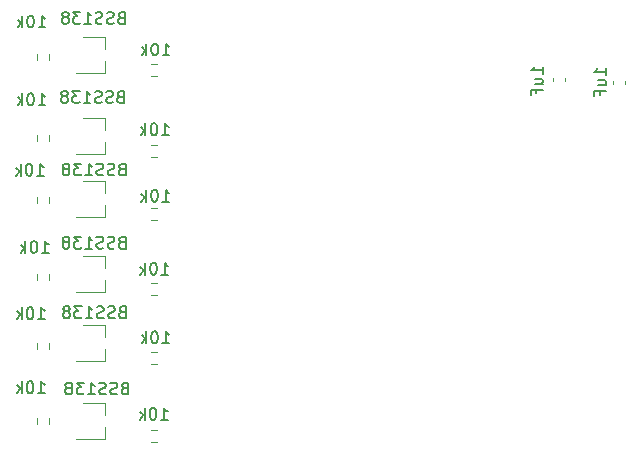
<source format=gbo>
G04 #@! TF.GenerationSoftware,KiCad,Pcbnew,5.1.10-88a1d61d58~88~ubuntu18.04.1*
G04 #@! TF.CreationDate,2021-10-23T19:38:23+09:00*
G04 #@! TF.ProjectId,CameraJigSTM32F446RE_Head,43616d65-7261-44a6-9967-53544d333246,rev?*
G04 #@! TF.SameCoordinates,Original*
G04 #@! TF.FileFunction,Legend,Bot*
G04 #@! TF.FilePolarity,Positive*
%FSLAX46Y46*%
G04 Gerber Fmt 4.6, Leading zero omitted, Abs format (unit mm)*
G04 Created by KiCad (PCBNEW 5.1.10-88a1d61d58~88~ubuntu18.04.1) date 2021-10-23 19:38:23*
%MOMM*%
%LPD*%
G01*
G04 APERTURE LIST*
%ADD10C,0.150000*%
%ADD11C,0.120000*%
G04 APERTURE END LIST*
D10*
X79905238Y-92412380D02*
X80476666Y-92412380D01*
X80190952Y-92412380D02*
X80190952Y-91412380D01*
X80286190Y-91555238D01*
X80381428Y-91650476D01*
X80476666Y-91698095D01*
X79286190Y-91412380D02*
X79190952Y-91412380D01*
X79095714Y-91460000D01*
X79048095Y-91507619D01*
X79000476Y-91602857D01*
X78952857Y-91793333D01*
X78952857Y-92031428D01*
X79000476Y-92221904D01*
X79048095Y-92317142D01*
X79095714Y-92364761D01*
X79190952Y-92412380D01*
X79286190Y-92412380D01*
X79381428Y-92364761D01*
X79429047Y-92317142D01*
X79476666Y-92221904D01*
X79524285Y-92031428D01*
X79524285Y-91793333D01*
X79476666Y-91602857D01*
X79429047Y-91507619D01*
X79381428Y-91460000D01*
X79286190Y-91412380D01*
X78524285Y-92412380D02*
X78524285Y-91412380D01*
X78429047Y-92031428D02*
X78143333Y-92412380D01*
X78143333Y-91745714D02*
X78524285Y-92126666D01*
X79495238Y-85872380D02*
X80066666Y-85872380D01*
X79780952Y-85872380D02*
X79780952Y-84872380D01*
X79876190Y-85015238D01*
X79971428Y-85110476D01*
X80066666Y-85158095D01*
X78876190Y-84872380D02*
X78780952Y-84872380D01*
X78685714Y-84920000D01*
X78638095Y-84967619D01*
X78590476Y-85062857D01*
X78542857Y-85253333D01*
X78542857Y-85491428D01*
X78590476Y-85681904D01*
X78638095Y-85777142D01*
X78685714Y-85824761D01*
X78780952Y-85872380D01*
X78876190Y-85872380D01*
X78971428Y-85824761D01*
X79019047Y-85777142D01*
X79066666Y-85681904D01*
X79114285Y-85491428D01*
X79114285Y-85253333D01*
X79066666Y-85062857D01*
X79019047Y-84967619D01*
X78971428Y-84920000D01*
X78876190Y-84872380D01*
X78114285Y-85872380D02*
X78114285Y-84872380D01*
X78019047Y-85491428D02*
X77733333Y-85872380D01*
X77733333Y-85205714D02*
X78114285Y-85586666D01*
X79625238Y-79922380D02*
X80196666Y-79922380D01*
X79910952Y-79922380D02*
X79910952Y-78922380D01*
X80006190Y-79065238D01*
X80101428Y-79160476D01*
X80196666Y-79208095D01*
X79006190Y-78922380D02*
X78910952Y-78922380D01*
X78815714Y-78970000D01*
X78768095Y-79017619D01*
X78720476Y-79112857D01*
X78672857Y-79303333D01*
X78672857Y-79541428D01*
X78720476Y-79731904D01*
X78768095Y-79827142D01*
X78815714Y-79874761D01*
X78910952Y-79922380D01*
X79006190Y-79922380D01*
X79101428Y-79874761D01*
X79149047Y-79827142D01*
X79196666Y-79731904D01*
X79244285Y-79541428D01*
X79244285Y-79303333D01*
X79196666Y-79112857D01*
X79149047Y-79017619D01*
X79101428Y-78970000D01*
X79006190Y-78922380D01*
X78244285Y-79922380D02*
X78244285Y-78922380D01*
X78149047Y-79541428D02*
X77863333Y-79922380D01*
X77863333Y-79255714D02*
X78244285Y-79636666D01*
X79625238Y-73332380D02*
X80196666Y-73332380D01*
X79910952Y-73332380D02*
X79910952Y-72332380D01*
X80006190Y-72475238D01*
X80101428Y-72570476D01*
X80196666Y-72618095D01*
X79006190Y-72332380D02*
X78910952Y-72332380D01*
X78815714Y-72380000D01*
X78768095Y-72427619D01*
X78720476Y-72522857D01*
X78672857Y-72713333D01*
X78672857Y-72951428D01*
X78720476Y-73141904D01*
X78768095Y-73237142D01*
X78815714Y-73284761D01*
X78910952Y-73332380D01*
X79006190Y-73332380D01*
X79101428Y-73284761D01*
X79149047Y-73237142D01*
X79196666Y-73141904D01*
X79244285Y-72951428D01*
X79244285Y-72713333D01*
X79196666Y-72522857D01*
X79149047Y-72427619D01*
X79101428Y-72380000D01*
X79006190Y-72332380D01*
X78244285Y-73332380D02*
X78244285Y-72332380D01*
X78149047Y-72951428D02*
X77863333Y-73332380D01*
X77863333Y-72665714D02*
X78244285Y-73046666D01*
X90065238Y-82452380D02*
X90636666Y-82452380D01*
X90350952Y-82452380D02*
X90350952Y-81452380D01*
X90446190Y-81595238D01*
X90541428Y-81690476D01*
X90636666Y-81738095D01*
X89446190Y-81452380D02*
X89350952Y-81452380D01*
X89255714Y-81500000D01*
X89208095Y-81547619D01*
X89160476Y-81642857D01*
X89112857Y-81833333D01*
X89112857Y-82071428D01*
X89160476Y-82261904D01*
X89208095Y-82357142D01*
X89255714Y-82404761D01*
X89350952Y-82452380D01*
X89446190Y-82452380D01*
X89541428Y-82404761D01*
X89589047Y-82357142D01*
X89636666Y-82261904D01*
X89684285Y-82071428D01*
X89684285Y-81833333D01*
X89636666Y-81642857D01*
X89589047Y-81547619D01*
X89541428Y-81500000D01*
X89446190Y-81452380D01*
X88684285Y-82452380D02*
X88684285Y-81452380D01*
X88589047Y-82071428D02*
X88303333Y-82452380D01*
X88303333Y-81785714D02*
X88684285Y-82166666D01*
X90105238Y-88072380D02*
X90676666Y-88072380D01*
X90390952Y-88072380D02*
X90390952Y-87072380D01*
X90486190Y-87215238D01*
X90581428Y-87310476D01*
X90676666Y-87358095D01*
X89486190Y-87072380D02*
X89390952Y-87072380D01*
X89295714Y-87120000D01*
X89248095Y-87167619D01*
X89200476Y-87262857D01*
X89152857Y-87453333D01*
X89152857Y-87691428D01*
X89200476Y-87881904D01*
X89248095Y-87977142D01*
X89295714Y-88024761D01*
X89390952Y-88072380D01*
X89486190Y-88072380D01*
X89581428Y-88024761D01*
X89629047Y-87977142D01*
X89676666Y-87881904D01*
X89724285Y-87691428D01*
X89724285Y-87453333D01*
X89676666Y-87262857D01*
X89629047Y-87167619D01*
X89581428Y-87120000D01*
X89486190Y-87072380D01*
X88724285Y-88072380D02*
X88724285Y-87072380D01*
X88629047Y-87691428D02*
X88343333Y-88072380D01*
X88343333Y-87405714D02*
X88724285Y-87786666D01*
X90015238Y-94252380D02*
X90586666Y-94252380D01*
X90300952Y-94252380D02*
X90300952Y-93252380D01*
X90396190Y-93395238D01*
X90491428Y-93490476D01*
X90586666Y-93538095D01*
X89396190Y-93252380D02*
X89300952Y-93252380D01*
X89205714Y-93300000D01*
X89158095Y-93347619D01*
X89110476Y-93442857D01*
X89062857Y-93633333D01*
X89062857Y-93871428D01*
X89110476Y-94061904D01*
X89158095Y-94157142D01*
X89205714Y-94204761D01*
X89300952Y-94252380D01*
X89396190Y-94252380D01*
X89491428Y-94204761D01*
X89539047Y-94157142D01*
X89586666Y-94061904D01*
X89634285Y-93871428D01*
X89634285Y-93633333D01*
X89586666Y-93442857D01*
X89539047Y-93347619D01*
X89491428Y-93300000D01*
X89396190Y-93252380D01*
X88634285Y-94252380D02*
X88634285Y-93252380D01*
X88539047Y-93871428D02*
X88253333Y-94252380D01*
X88253333Y-93585714D02*
X88634285Y-93966666D01*
X90115238Y-100072380D02*
X90686666Y-100072380D01*
X90400952Y-100072380D02*
X90400952Y-99072380D01*
X90496190Y-99215238D01*
X90591428Y-99310476D01*
X90686666Y-99358095D01*
X89496190Y-99072380D02*
X89400952Y-99072380D01*
X89305714Y-99120000D01*
X89258095Y-99167619D01*
X89210476Y-99262857D01*
X89162857Y-99453333D01*
X89162857Y-99691428D01*
X89210476Y-99881904D01*
X89258095Y-99977142D01*
X89305714Y-100024761D01*
X89400952Y-100072380D01*
X89496190Y-100072380D01*
X89591428Y-100024761D01*
X89639047Y-99977142D01*
X89686666Y-99881904D01*
X89734285Y-99691428D01*
X89734285Y-99453333D01*
X89686666Y-99262857D01*
X89639047Y-99167619D01*
X89591428Y-99120000D01*
X89496190Y-99072380D01*
X88734285Y-100072380D02*
X88734285Y-99072380D01*
X88639047Y-99691428D02*
X88353333Y-100072380D01*
X88353333Y-99405714D02*
X88734285Y-99786666D01*
X79575238Y-98042380D02*
X80146666Y-98042380D01*
X79860952Y-98042380D02*
X79860952Y-97042380D01*
X79956190Y-97185238D01*
X80051428Y-97280476D01*
X80146666Y-97328095D01*
X78956190Y-97042380D02*
X78860952Y-97042380D01*
X78765714Y-97090000D01*
X78718095Y-97137619D01*
X78670476Y-97232857D01*
X78622857Y-97423333D01*
X78622857Y-97661428D01*
X78670476Y-97851904D01*
X78718095Y-97947142D01*
X78765714Y-97994761D01*
X78860952Y-98042380D01*
X78956190Y-98042380D01*
X79051428Y-97994761D01*
X79099047Y-97947142D01*
X79146666Y-97851904D01*
X79194285Y-97661428D01*
X79194285Y-97423333D01*
X79146666Y-97232857D01*
X79099047Y-97137619D01*
X79051428Y-97090000D01*
X78956190Y-97042380D01*
X78194285Y-98042380D02*
X78194285Y-97042380D01*
X78099047Y-97661428D02*
X77813333Y-98042380D01*
X77813333Y-97375714D02*
X78194285Y-97756666D01*
X79575238Y-104302380D02*
X80146666Y-104302380D01*
X79860952Y-104302380D02*
X79860952Y-103302380D01*
X79956190Y-103445238D01*
X80051428Y-103540476D01*
X80146666Y-103588095D01*
X78956190Y-103302380D02*
X78860952Y-103302380D01*
X78765714Y-103350000D01*
X78718095Y-103397619D01*
X78670476Y-103492857D01*
X78622857Y-103683333D01*
X78622857Y-103921428D01*
X78670476Y-104111904D01*
X78718095Y-104207142D01*
X78765714Y-104254761D01*
X78860952Y-104302380D01*
X78956190Y-104302380D01*
X79051428Y-104254761D01*
X79099047Y-104207142D01*
X79146666Y-104111904D01*
X79194285Y-103921428D01*
X79194285Y-103683333D01*
X79146666Y-103492857D01*
X79099047Y-103397619D01*
X79051428Y-103350000D01*
X78956190Y-103302380D01*
X78194285Y-104302380D02*
X78194285Y-103302380D01*
X78099047Y-103921428D02*
X77813333Y-104302380D01*
X77813333Y-103635714D02*
X78194285Y-104016666D01*
X89985238Y-106542380D02*
X90556666Y-106542380D01*
X90270952Y-106542380D02*
X90270952Y-105542380D01*
X90366190Y-105685238D01*
X90461428Y-105780476D01*
X90556666Y-105828095D01*
X89366190Y-105542380D02*
X89270952Y-105542380D01*
X89175714Y-105590000D01*
X89128095Y-105637619D01*
X89080476Y-105732857D01*
X89032857Y-105923333D01*
X89032857Y-106161428D01*
X89080476Y-106351904D01*
X89128095Y-106447142D01*
X89175714Y-106494761D01*
X89270952Y-106542380D01*
X89366190Y-106542380D01*
X89461428Y-106494761D01*
X89509047Y-106447142D01*
X89556666Y-106351904D01*
X89604285Y-106161428D01*
X89604285Y-105923333D01*
X89556666Y-105732857D01*
X89509047Y-105637619D01*
X89461428Y-105590000D01*
X89366190Y-105542380D01*
X88604285Y-106542380D02*
X88604285Y-105542380D01*
X88509047Y-106161428D02*
X88223333Y-106542380D01*
X88223333Y-105875714D02*
X88604285Y-106256666D01*
X86899523Y-103878571D02*
X86756666Y-103926190D01*
X86709047Y-103973809D01*
X86661428Y-104069047D01*
X86661428Y-104211904D01*
X86709047Y-104307142D01*
X86756666Y-104354761D01*
X86851904Y-104402380D01*
X87232857Y-104402380D01*
X87232857Y-103402380D01*
X86899523Y-103402380D01*
X86804285Y-103450000D01*
X86756666Y-103497619D01*
X86709047Y-103592857D01*
X86709047Y-103688095D01*
X86756666Y-103783333D01*
X86804285Y-103830952D01*
X86899523Y-103878571D01*
X87232857Y-103878571D01*
X86280476Y-104354761D02*
X86137619Y-104402380D01*
X85899523Y-104402380D01*
X85804285Y-104354761D01*
X85756666Y-104307142D01*
X85709047Y-104211904D01*
X85709047Y-104116666D01*
X85756666Y-104021428D01*
X85804285Y-103973809D01*
X85899523Y-103926190D01*
X86090000Y-103878571D01*
X86185238Y-103830952D01*
X86232857Y-103783333D01*
X86280476Y-103688095D01*
X86280476Y-103592857D01*
X86232857Y-103497619D01*
X86185238Y-103450000D01*
X86090000Y-103402380D01*
X85851904Y-103402380D01*
X85709047Y-103450000D01*
X85328095Y-104354761D02*
X85185238Y-104402380D01*
X84947142Y-104402380D01*
X84851904Y-104354761D01*
X84804285Y-104307142D01*
X84756666Y-104211904D01*
X84756666Y-104116666D01*
X84804285Y-104021428D01*
X84851904Y-103973809D01*
X84947142Y-103926190D01*
X85137619Y-103878571D01*
X85232857Y-103830952D01*
X85280476Y-103783333D01*
X85328095Y-103688095D01*
X85328095Y-103592857D01*
X85280476Y-103497619D01*
X85232857Y-103450000D01*
X85137619Y-103402380D01*
X84899523Y-103402380D01*
X84756666Y-103450000D01*
X83804285Y-104402380D02*
X84375714Y-104402380D01*
X84090000Y-104402380D02*
X84090000Y-103402380D01*
X84185238Y-103545238D01*
X84280476Y-103640476D01*
X84375714Y-103688095D01*
X83470952Y-103402380D02*
X82851904Y-103402380D01*
X83185238Y-103783333D01*
X83042380Y-103783333D01*
X82947142Y-103830952D01*
X82899523Y-103878571D01*
X82851904Y-103973809D01*
X82851904Y-104211904D01*
X82899523Y-104307142D01*
X82947142Y-104354761D01*
X83042380Y-104402380D01*
X83328095Y-104402380D01*
X83423333Y-104354761D01*
X83470952Y-104307142D01*
X82280476Y-103830952D02*
X82375714Y-103783333D01*
X82423333Y-103735714D01*
X82470952Y-103640476D01*
X82470952Y-103592857D01*
X82423333Y-103497619D01*
X82375714Y-103450000D01*
X82280476Y-103402380D01*
X82090000Y-103402380D01*
X81994761Y-103450000D01*
X81947142Y-103497619D01*
X81899523Y-103592857D01*
X81899523Y-103640476D01*
X81947142Y-103735714D01*
X81994761Y-103783333D01*
X82090000Y-103830952D01*
X82280476Y-103830952D01*
X82375714Y-103878571D01*
X82423333Y-103926190D01*
X82470952Y-104021428D01*
X82470952Y-104211904D01*
X82423333Y-104307142D01*
X82375714Y-104354761D01*
X82280476Y-104402380D01*
X82090000Y-104402380D01*
X81994761Y-104354761D01*
X81947142Y-104307142D01*
X81899523Y-104211904D01*
X81899523Y-104021428D01*
X81947142Y-103926190D01*
X81994761Y-103878571D01*
X82090000Y-103830952D01*
X86709523Y-97428571D02*
X86566666Y-97476190D01*
X86519047Y-97523809D01*
X86471428Y-97619047D01*
X86471428Y-97761904D01*
X86519047Y-97857142D01*
X86566666Y-97904761D01*
X86661904Y-97952380D01*
X87042857Y-97952380D01*
X87042857Y-96952380D01*
X86709523Y-96952380D01*
X86614285Y-97000000D01*
X86566666Y-97047619D01*
X86519047Y-97142857D01*
X86519047Y-97238095D01*
X86566666Y-97333333D01*
X86614285Y-97380952D01*
X86709523Y-97428571D01*
X87042857Y-97428571D01*
X86090476Y-97904761D02*
X85947619Y-97952380D01*
X85709523Y-97952380D01*
X85614285Y-97904761D01*
X85566666Y-97857142D01*
X85519047Y-97761904D01*
X85519047Y-97666666D01*
X85566666Y-97571428D01*
X85614285Y-97523809D01*
X85709523Y-97476190D01*
X85900000Y-97428571D01*
X85995238Y-97380952D01*
X86042857Y-97333333D01*
X86090476Y-97238095D01*
X86090476Y-97142857D01*
X86042857Y-97047619D01*
X85995238Y-97000000D01*
X85900000Y-96952380D01*
X85661904Y-96952380D01*
X85519047Y-97000000D01*
X85138095Y-97904761D02*
X84995238Y-97952380D01*
X84757142Y-97952380D01*
X84661904Y-97904761D01*
X84614285Y-97857142D01*
X84566666Y-97761904D01*
X84566666Y-97666666D01*
X84614285Y-97571428D01*
X84661904Y-97523809D01*
X84757142Y-97476190D01*
X84947619Y-97428571D01*
X85042857Y-97380952D01*
X85090476Y-97333333D01*
X85138095Y-97238095D01*
X85138095Y-97142857D01*
X85090476Y-97047619D01*
X85042857Y-97000000D01*
X84947619Y-96952380D01*
X84709523Y-96952380D01*
X84566666Y-97000000D01*
X83614285Y-97952380D02*
X84185714Y-97952380D01*
X83900000Y-97952380D02*
X83900000Y-96952380D01*
X83995238Y-97095238D01*
X84090476Y-97190476D01*
X84185714Y-97238095D01*
X83280952Y-96952380D02*
X82661904Y-96952380D01*
X82995238Y-97333333D01*
X82852380Y-97333333D01*
X82757142Y-97380952D01*
X82709523Y-97428571D01*
X82661904Y-97523809D01*
X82661904Y-97761904D01*
X82709523Y-97857142D01*
X82757142Y-97904761D01*
X82852380Y-97952380D01*
X83138095Y-97952380D01*
X83233333Y-97904761D01*
X83280952Y-97857142D01*
X82090476Y-97380952D02*
X82185714Y-97333333D01*
X82233333Y-97285714D01*
X82280952Y-97190476D01*
X82280952Y-97142857D01*
X82233333Y-97047619D01*
X82185714Y-97000000D01*
X82090476Y-96952380D01*
X81900000Y-96952380D01*
X81804761Y-97000000D01*
X81757142Y-97047619D01*
X81709523Y-97142857D01*
X81709523Y-97190476D01*
X81757142Y-97285714D01*
X81804761Y-97333333D01*
X81900000Y-97380952D01*
X82090476Y-97380952D01*
X82185714Y-97428571D01*
X82233333Y-97476190D01*
X82280952Y-97571428D01*
X82280952Y-97761904D01*
X82233333Y-97857142D01*
X82185714Y-97904761D01*
X82090476Y-97952380D01*
X81900000Y-97952380D01*
X81804761Y-97904761D01*
X81757142Y-97857142D01*
X81709523Y-97761904D01*
X81709523Y-97571428D01*
X81757142Y-97476190D01*
X81804761Y-97428571D01*
X81900000Y-97380952D01*
X86669523Y-91528571D02*
X86526666Y-91576190D01*
X86479047Y-91623809D01*
X86431428Y-91719047D01*
X86431428Y-91861904D01*
X86479047Y-91957142D01*
X86526666Y-92004761D01*
X86621904Y-92052380D01*
X87002857Y-92052380D01*
X87002857Y-91052380D01*
X86669523Y-91052380D01*
X86574285Y-91100000D01*
X86526666Y-91147619D01*
X86479047Y-91242857D01*
X86479047Y-91338095D01*
X86526666Y-91433333D01*
X86574285Y-91480952D01*
X86669523Y-91528571D01*
X87002857Y-91528571D01*
X86050476Y-92004761D02*
X85907619Y-92052380D01*
X85669523Y-92052380D01*
X85574285Y-92004761D01*
X85526666Y-91957142D01*
X85479047Y-91861904D01*
X85479047Y-91766666D01*
X85526666Y-91671428D01*
X85574285Y-91623809D01*
X85669523Y-91576190D01*
X85860000Y-91528571D01*
X85955238Y-91480952D01*
X86002857Y-91433333D01*
X86050476Y-91338095D01*
X86050476Y-91242857D01*
X86002857Y-91147619D01*
X85955238Y-91100000D01*
X85860000Y-91052380D01*
X85621904Y-91052380D01*
X85479047Y-91100000D01*
X85098095Y-92004761D02*
X84955238Y-92052380D01*
X84717142Y-92052380D01*
X84621904Y-92004761D01*
X84574285Y-91957142D01*
X84526666Y-91861904D01*
X84526666Y-91766666D01*
X84574285Y-91671428D01*
X84621904Y-91623809D01*
X84717142Y-91576190D01*
X84907619Y-91528571D01*
X85002857Y-91480952D01*
X85050476Y-91433333D01*
X85098095Y-91338095D01*
X85098095Y-91242857D01*
X85050476Y-91147619D01*
X85002857Y-91100000D01*
X84907619Y-91052380D01*
X84669523Y-91052380D01*
X84526666Y-91100000D01*
X83574285Y-92052380D02*
X84145714Y-92052380D01*
X83860000Y-92052380D02*
X83860000Y-91052380D01*
X83955238Y-91195238D01*
X84050476Y-91290476D01*
X84145714Y-91338095D01*
X83240952Y-91052380D02*
X82621904Y-91052380D01*
X82955238Y-91433333D01*
X82812380Y-91433333D01*
X82717142Y-91480952D01*
X82669523Y-91528571D01*
X82621904Y-91623809D01*
X82621904Y-91861904D01*
X82669523Y-91957142D01*
X82717142Y-92004761D01*
X82812380Y-92052380D01*
X83098095Y-92052380D01*
X83193333Y-92004761D01*
X83240952Y-91957142D01*
X82050476Y-91480952D02*
X82145714Y-91433333D01*
X82193333Y-91385714D01*
X82240952Y-91290476D01*
X82240952Y-91242857D01*
X82193333Y-91147619D01*
X82145714Y-91100000D01*
X82050476Y-91052380D01*
X81860000Y-91052380D01*
X81764761Y-91100000D01*
X81717142Y-91147619D01*
X81669523Y-91242857D01*
X81669523Y-91290476D01*
X81717142Y-91385714D01*
X81764761Y-91433333D01*
X81860000Y-91480952D01*
X82050476Y-91480952D01*
X82145714Y-91528571D01*
X82193333Y-91576190D01*
X82240952Y-91671428D01*
X82240952Y-91861904D01*
X82193333Y-91957142D01*
X82145714Y-92004761D01*
X82050476Y-92052380D01*
X81860000Y-92052380D01*
X81764761Y-92004761D01*
X81717142Y-91957142D01*
X81669523Y-91861904D01*
X81669523Y-91671428D01*
X81717142Y-91576190D01*
X81764761Y-91528571D01*
X81860000Y-91480952D01*
X86669523Y-85338571D02*
X86526666Y-85386190D01*
X86479047Y-85433809D01*
X86431428Y-85529047D01*
X86431428Y-85671904D01*
X86479047Y-85767142D01*
X86526666Y-85814761D01*
X86621904Y-85862380D01*
X87002857Y-85862380D01*
X87002857Y-84862380D01*
X86669523Y-84862380D01*
X86574285Y-84910000D01*
X86526666Y-84957619D01*
X86479047Y-85052857D01*
X86479047Y-85148095D01*
X86526666Y-85243333D01*
X86574285Y-85290952D01*
X86669523Y-85338571D01*
X87002857Y-85338571D01*
X86050476Y-85814761D02*
X85907619Y-85862380D01*
X85669523Y-85862380D01*
X85574285Y-85814761D01*
X85526666Y-85767142D01*
X85479047Y-85671904D01*
X85479047Y-85576666D01*
X85526666Y-85481428D01*
X85574285Y-85433809D01*
X85669523Y-85386190D01*
X85860000Y-85338571D01*
X85955238Y-85290952D01*
X86002857Y-85243333D01*
X86050476Y-85148095D01*
X86050476Y-85052857D01*
X86002857Y-84957619D01*
X85955238Y-84910000D01*
X85860000Y-84862380D01*
X85621904Y-84862380D01*
X85479047Y-84910000D01*
X85098095Y-85814761D02*
X84955238Y-85862380D01*
X84717142Y-85862380D01*
X84621904Y-85814761D01*
X84574285Y-85767142D01*
X84526666Y-85671904D01*
X84526666Y-85576666D01*
X84574285Y-85481428D01*
X84621904Y-85433809D01*
X84717142Y-85386190D01*
X84907619Y-85338571D01*
X85002857Y-85290952D01*
X85050476Y-85243333D01*
X85098095Y-85148095D01*
X85098095Y-85052857D01*
X85050476Y-84957619D01*
X85002857Y-84910000D01*
X84907619Y-84862380D01*
X84669523Y-84862380D01*
X84526666Y-84910000D01*
X83574285Y-85862380D02*
X84145714Y-85862380D01*
X83860000Y-85862380D02*
X83860000Y-84862380D01*
X83955238Y-85005238D01*
X84050476Y-85100476D01*
X84145714Y-85148095D01*
X83240952Y-84862380D02*
X82621904Y-84862380D01*
X82955238Y-85243333D01*
X82812380Y-85243333D01*
X82717142Y-85290952D01*
X82669523Y-85338571D01*
X82621904Y-85433809D01*
X82621904Y-85671904D01*
X82669523Y-85767142D01*
X82717142Y-85814761D01*
X82812380Y-85862380D01*
X83098095Y-85862380D01*
X83193333Y-85814761D01*
X83240952Y-85767142D01*
X82050476Y-85290952D02*
X82145714Y-85243333D01*
X82193333Y-85195714D01*
X82240952Y-85100476D01*
X82240952Y-85052857D01*
X82193333Y-84957619D01*
X82145714Y-84910000D01*
X82050476Y-84862380D01*
X81860000Y-84862380D01*
X81764761Y-84910000D01*
X81717142Y-84957619D01*
X81669523Y-85052857D01*
X81669523Y-85100476D01*
X81717142Y-85195714D01*
X81764761Y-85243333D01*
X81860000Y-85290952D01*
X82050476Y-85290952D01*
X82145714Y-85338571D01*
X82193333Y-85386190D01*
X82240952Y-85481428D01*
X82240952Y-85671904D01*
X82193333Y-85767142D01*
X82145714Y-85814761D01*
X82050476Y-85862380D01*
X81860000Y-85862380D01*
X81764761Y-85814761D01*
X81717142Y-85767142D01*
X81669523Y-85671904D01*
X81669523Y-85481428D01*
X81717142Y-85386190D01*
X81764761Y-85338571D01*
X81860000Y-85290952D01*
X86539523Y-79208571D02*
X86396666Y-79256190D01*
X86349047Y-79303809D01*
X86301428Y-79399047D01*
X86301428Y-79541904D01*
X86349047Y-79637142D01*
X86396666Y-79684761D01*
X86491904Y-79732380D01*
X86872857Y-79732380D01*
X86872857Y-78732380D01*
X86539523Y-78732380D01*
X86444285Y-78780000D01*
X86396666Y-78827619D01*
X86349047Y-78922857D01*
X86349047Y-79018095D01*
X86396666Y-79113333D01*
X86444285Y-79160952D01*
X86539523Y-79208571D01*
X86872857Y-79208571D01*
X85920476Y-79684761D02*
X85777619Y-79732380D01*
X85539523Y-79732380D01*
X85444285Y-79684761D01*
X85396666Y-79637142D01*
X85349047Y-79541904D01*
X85349047Y-79446666D01*
X85396666Y-79351428D01*
X85444285Y-79303809D01*
X85539523Y-79256190D01*
X85730000Y-79208571D01*
X85825238Y-79160952D01*
X85872857Y-79113333D01*
X85920476Y-79018095D01*
X85920476Y-78922857D01*
X85872857Y-78827619D01*
X85825238Y-78780000D01*
X85730000Y-78732380D01*
X85491904Y-78732380D01*
X85349047Y-78780000D01*
X84968095Y-79684761D02*
X84825238Y-79732380D01*
X84587142Y-79732380D01*
X84491904Y-79684761D01*
X84444285Y-79637142D01*
X84396666Y-79541904D01*
X84396666Y-79446666D01*
X84444285Y-79351428D01*
X84491904Y-79303809D01*
X84587142Y-79256190D01*
X84777619Y-79208571D01*
X84872857Y-79160952D01*
X84920476Y-79113333D01*
X84968095Y-79018095D01*
X84968095Y-78922857D01*
X84920476Y-78827619D01*
X84872857Y-78780000D01*
X84777619Y-78732380D01*
X84539523Y-78732380D01*
X84396666Y-78780000D01*
X83444285Y-79732380D02*
X84015714Y-79732380D01*
X83730000Y-79732380D02*
X83730000Y-78732380D01*
X83825238Y-78875238D01*
X83920476Y-78970476D01*
X84015714Y-79018095D01*
X83110952Y-78732380D02*
X82491904Y-78732380D01*
X82825238Y-79113333D01*
X82682380Y-79113333D01*
X82587142Y-79160952D01*
X82539523Y-79208571D01*
X82491904Y-79303809D01*
X82491904Y-79541904D01*
X82539523Y-79637142D01*
X82587142Y-79684761D01*
X82682380Y-79732380D01*
X82968095Y-79732380D01*
X83063333Y-79684761D01*
X83110952Y-79637142D01*
X81920476Y-79160952D02*
X82015714Y-79113333D01*
X82063333Y-79065714D01*
X82110952Y-78970476D01*
X82110952Y-78922857D01*
X82063333Y-78827619D01*
X82015714Y-78780000D01*
X81920476Y-78732380D01*
X81730000Y-78732380D01*
X81634761Y-78780000D01*
X81587142Y-78827619D01*
X81539523Y-78922857D01*
X81539523Y-78970476D01*
X81587142Y-79065714D01*
X81634761Y-79113333D01*
X81730000Y-79160952D01*
X81920476Y-79160952D01*
X82015714Y-79208571D01*
X82063333Y-79256190D01*
X82110952Y-79351428D01*
X82110952Y-79541904D01*
X82063333Y-79637142D01*
X82015714Y-79684761D01*
X81920476Y-79732380D01*
X81730000Y-79732380D01*
X81634761Y-79684761D01*
X81587142Y-79637142D01*
X81539523Y-79541904D01*
X81539523Y-79351428D01*
X81587142Y-79256190D01*
X81634761Y-79208571D01*
X81730000Y-79160952D01*
X86609523Y-72498571D02*
X86466666Y-72546190D01*
X86419047Y-72593809D01*
X86371428Y-72689047D01*
X86371428Y-72831904D01*
X86419047Y-72927142D01*
X86466666Y-72974761D01*
X86561904Y-73022380D01*
X86942857Y-73022380D01*
X86942857Y-72022380D01*
X86609523Y-72022380D01*
X86514285Y-72070000D01*
X86466666Y-72117619D01*
X86419047Y-72212857D01*
X86419047Y-72308095D01*
X86466666Y-72403333D01*
X86514285Y-72450952D01*
X86609523Y-72498571D01*
X86942857Y-72498571D01*
X85990476Y-72974761D02*
X85847619Y-73022380D01*
X85609523Y-73022380D01*
X85514285Y-72974761D01*
X85466666Y-72927142D01*
X85419047Y-72831904D01*
X85419047Y-72736666D01*
X85466666Y-72641428D01*
X85514285Y-72593809D01*
X85609523Y-72546190D01*
X85800000Y-72498571D01*
X85895238Y-72450952D01*
X85942857Y-72403333D01*
X85990476Y-72308095D01*
X85990476Y-72212857D01*
X85942857Y-72117619D01*
X85895238Y-72070000D01*
X85800000Y-72022380D01*
X85561904Y-72022380D01*
X85419047Y-72070000D01*
X85038095Y-72974761D02*
X84895238Y-73022380D01*
X84657142Y-73022380D01*
X84561904Y-72974761D01*
X84514285Y-72927142D01*
X84466666Y-72831904D01*
X84466666Y-72736666D01*
X84514285Y-72641428D01*
X84561904Y-72593809D01*
X84657142Y-72546190D01*
X84847619Y-72498571D01*
X84942857Y-72450952D01*
X84990476Y-72403333D01*
X85038095Y-72308095D01*
X85038095Y-72212857D01*
X84990476Y-72117619D01*
X84942857Y-72070000D01*
X84847619Y-72022380D01*
X84609523Y-72022380D01*
X84466666Y-72070000D01*
X83514285Y-73022380D02*
X84085714Y-73022380D01*
X83800000Y-73022380D02*
X83800000Y-72022380D01*
X83895238Y-72165238D01*
X83990476Y-72260476D01*
X84085714Y-72308095D01*
X83180952Y-72022380D02*
X82561904Y-72022380D01*
X82895238Y-72403333D01*
X82752380Y-72403333D01*
X82657142Y-72450952D01*
X82609523Y-72498571D01*
X82561904Y-72593809D01*
X82561904Y-72831904D01*
X82609523Y-72927142D01*
X82657142Y-72974761D01*
X82752380Y-73022380D01*
X83038095Y-73022380D01*
X83133333Y-72974761D01*
X83180952Y-72927142D01*
X81990476Y-72450952D02*
X82085714Y-72403333D01*
X82133333Y-72355714D01*
X82180952Y-72260476D01*
X82180952Y-72212857D01*
X82133333Y-72117619D01*
X82085714Y-72070000D01*
X81990476Y-72022380D01*
X81800000Y-72022380D01*
X81704761Y-72070000D01*
X81657142Y-72117619D01*
X81609523Y-72212857D01*
X81609523Y-72260476D01*
X81657142Y-72355714D01*
X81704761Y-72403333D01*
X81800000Y-72450952D01*
X81990476Y-72450952D01*
X82085714Y-72498571D01*
X82133333Y-72546190D01*
X82180952Y-72641428D01*
X82180952Y-72831904D01*
X82133333Y-72927142D01*
X82085714Y-72974761D01*
X81990476Y-73022380D01*
X81800000Y-73022380D01*
X81704761Y-72974761D01*
X81657142Y-72927142D01*
X81609523Y-72831904D01*
X81609523Y-72641428D01*
X81657142Y-72546190D01*
X81704761Y-72498571D01*
X81800000Y-72450952D01*
X90135238Y-75692380D02*
X90706666Y-75692380D01*
X90420952Y-75692380D02*
X90420952Y-74692380D01*
X90516190Y-74835238D01*
X90611428Y-74930476D01*
X90706666Y-74978095D01*
X89516190Y-74692380D02*
X89420952Y-74692380D01*
X89325714Y-74740000D01*
X89278095Y-74787619D01*
X89230476Y-74882857D01*
X89182857Y-75073333D01*
X89182857Y-75311428D01*
X89230476Y-75501904D01*
X89278095Y-75597142D01*
X89325714Y-75644761D01*
X89420952Y-75692380D01*
X89516190Y-75692380D01*
X89611428Y-75644761D01*
X89659047Y-75597142D01*
X89706666Y-75501904D01*
X89754285Y-75311428D01*
X89754285Y-75073333D01*
X89706666Y-74882857D01*
X89659047Y-74787619D01*
X89611428Y-74740000D01*
X89516190Y-74692380D01*
X88754285Y-75692380D02*
X88754285Y-74692380D01*
X88659047Y-75311428D02*
X88373333Y-75692380D01*
X88373333Y-75025714D02*
X88754285Y-75406666D01*
X127682380Y-77364761D02*
X127682380Y-76793333D01*
X127682380Y-77079047D02*
X126682380Y-77079047D01*
X126825238Y-76983809D01*
X126920476Y-76888571D01*
X126968095Y-76793333D01*
X127015714Y-78221904D02*
X127682380Y-78221904D01*
X127015714Y-77793333D02*
X127539523Y-77793333D01*
X127634761Y-77840952D01*
X127682380Y-77936190D01*
X127682380Y-78079047D01*
X127634761Y-78174285D01*
X127587142Y-78221904D01*
X127158571Y-79031428D02*
X127158571Y-78698095D01*
X127682380Y-78698095D02*
X126682380Y-78698095D01*
X126682380Y-79174285D01*
X122312380Y-77254761D02*
X122312380Y-76683333D01*
X122312380Y-76969047D02*
X121312380Y-76969047D01*
X121455238Y-76873809D01*
X121550476Y-76778571D01*
X121598095Y-76683333D01*
X121645714Y-78111904D02*
X122312380Y-78111904D01*
X121645714Y-77683333D02*
X122169523Y-77683333D01*
X122264761Y-77730952D01*
X122312380Y-77826190D01*
X122312380Y-77969047D01*
X122264761Y-78064285D01*
X122217142Y-78111904D01*
X121788571Y-78921428D02*
X121788571Y-78588095D01*
X122312380Y-78588095D02*
X121312380Y-78588095D01*
X121312380Y-79064285D01*
D11*
G04 #@! TO.C,C2*
X124208000Y-77577733D02*
X124208000Y-77870267D01*
X123188000Y-77577733D02*
X123188000Y-77870267D01*
G04 #@! TO.C,C3*
X128268000Y-78124267D02*
X128268000Y-77831733D01*
X129288000Y-78124267D02*
X129288000Y-77831733D01*
G04 #@! TO.C,Q2*
X85258000Y-84060000D02*
X82828000Y-84060000D01*
X85278000Y-84050000D02*
X85278000Y-83050000D01*
X85278000Y-81000000D02*
X83428000Y-81000000D01*
X85278000Y-82050000D02*
X85278000Y-81000000D01*
G04 #@! TO.C,Q3*
X85278000Y-93734000D02*
X85278000Y-92684000D01*
X85278000Y-92684000D02*
X83428000Y-92684000D01*
X85278000Y-95734000D02*
X85278000Y-94734000D01*
X85258000Y-95744000D02*
X82828000Y-95744000D01*
G04 #@! TO.C,Q4*
X85278000Y-75192000D02*
X85278000Y-74142000D01*
X85278000Y-74142000D02*
X83428000Y-74142000D01*
X85278000Y-77192000D02*
X85278000Y-76192000D01*
X85258000Y-77202000D02*
X82828000Y-77202000D01*
G04 #@! TO.C,Q5*
X85258000Y-89394000D02*
X82828000Y-89394000D01*
X85278000Y-89384000D02*
X85278000Y-88384000D01*
X85278000Y-86334000D02*
X83428000Y-86334000D01*
X85278000Y-87384000D02*
X85278000Y-86334000D01*
G04 #@! TO.C,Q9*
X85278000Y-99576000D02*
X85278000Y-98526000D01*
X85278000Y-98526000D02*
X83428000Y-98526000D01*
X85278000Y-101576000D02*
X85278000Y-100576000D01*
X85258000Y-101586000D02*
X82828000Y-101586000D01*
G04 #@! TO.C,Q11*
X85258000Y-108190000D02*
X82828000Y-108190000D01*
X85278000Y-108180000D02*
X85278000Y-107180000D01*
X85278000Y-105130000D02*
X83428000Y-105130000D01*
X85278000Y-106180000D02*
X85278000Y-105130000D01*
G04 #@! TO.C,R3*
X80532500Y-82961724D02*
X80532500Y-82452276D01*
X79487500Y-82961724D02*
X79487500Y-82452276D01*
G04 #@! TO.C,R4*
X80532500Y-94742724D02*
X80532500Y-94233276D01*
X79487500Y-94742724D02*
X79487500Y-94233276D01*
G04 #@! TO.C,R5*
X79487500Y-76097224D02*
X79487500Y-75587776D01*
X80532500Y-76097224D02*
X80532500Y-75587776D01*
G04 #@! TO.C,R6*
X79487500Y-88231724D02*
X79487500Y-87722276D01*
X80532500Y-88231724D02*
X80532500Y-87722276D01*
G04 #@! TO.C,R10*
X89153276Y-83297500D02*
X89662724Y-83297500D01*
X89153276Y-84342500D02*
X89662724Y-84342500D01*
G04 #@! TO.C,R11*
X89153276Y-94981500D02*
X89662724Y-94981500D01*
X89153276Y-96026500D02*
X89662724Y-96026500D01*
G04 #@! TO.C,R12*
X89153276Y-77484500D02*
X89662724Y-77484500D01*
X89153276Y-76439500D02*
X89662724Y-76439500D01*
G04 #@! TO.C,R13*
X89153276Y-89676500D02*
X89662724Y-89676500D01*
X89153276Y-88631500D02*
X89662724Y-88631500D01*
G04 #@! TO.C,R17*
X79487500Y-100584724D02*
X79487500Y-100075276D01*
X80532500Y-100584724D02*
X80532500Y-100075276D01*
G04 #@! TO.C,R19*
X79487500Y-106934724D02*
X79487500Y-106425276D01*
X80532500Y-106934724D02*
X80532500Y-106425276D01*
G04 #@! TO.C,R20*
X89153276Y-101868500D02*
X89662724Y-101868500D01*
X89153276Y-100823500D02*
X89662724Y-100823500D01*
G04 #@! TO.C,R22*
X89153276Y-108472500D02*
X89662724Y-108472500D01*
X89153276Y-107427500D02*
X89662724Y-107427500D01*
G04 #@! TD*
M02*

</source>
